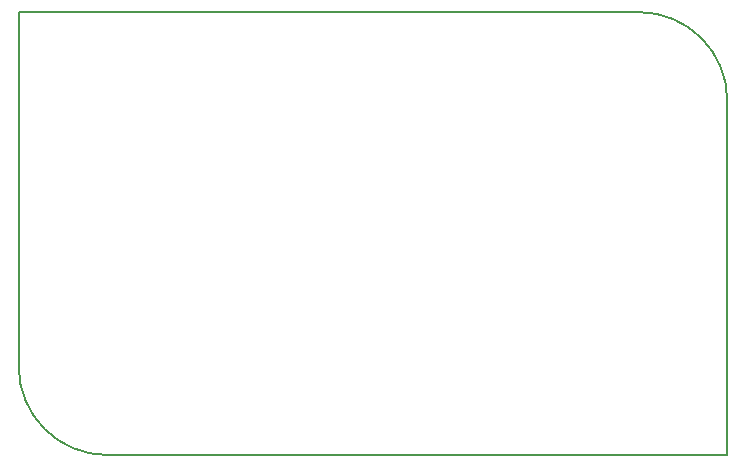
<source format=gbr>
G04 #@! TF.GenerationSoftware,KiCad,Pcbnew,(5.0.1)-3*
G04 #@! TF.CreationDate,2021-02-18T11:14:39+05:45*
G04 #@! TF.ProjectId,Battery-Charger,426174746572792D436861726765722E,rev?*
G04 #@! TF.SameCoordinates,Original*
G04 #@! TF.FileFunction,Profile,NP*
%FSLAX46Y46*%
G04 Gerber Fmt 4.6, Leading zero omitted, Abs format (unit mm)*
G04 Created by KiCad (PCBNEW (5.0.1)-3) date 2/18/2021 11:14:39 AM*
%MOMM*%
%LPD*%
G01*
G04 APERTURE LIST*
%ADD10C,0.150000*%
G04 APERTURE END LIST*
D10*
X127500000Y-105000000D02*
X180000000Y-105000000D01*
X120000000Y-97500000D02*
X120000000Y-67500000D01*
X180000000Y-75000000D02*
X180000000Y-105000000D01*
X172500000Y-67500000D02*
X120000000Y-67500000D01*
X172500000Y-67500000D02*
G75*
G02X180000000Y-75000000I0J-7500000D01*
G01*
X127500000Y-105000000D02*
G75*
G02X120000000Y-97500000I0J7500000D01*
G01*
M02*

</source>
